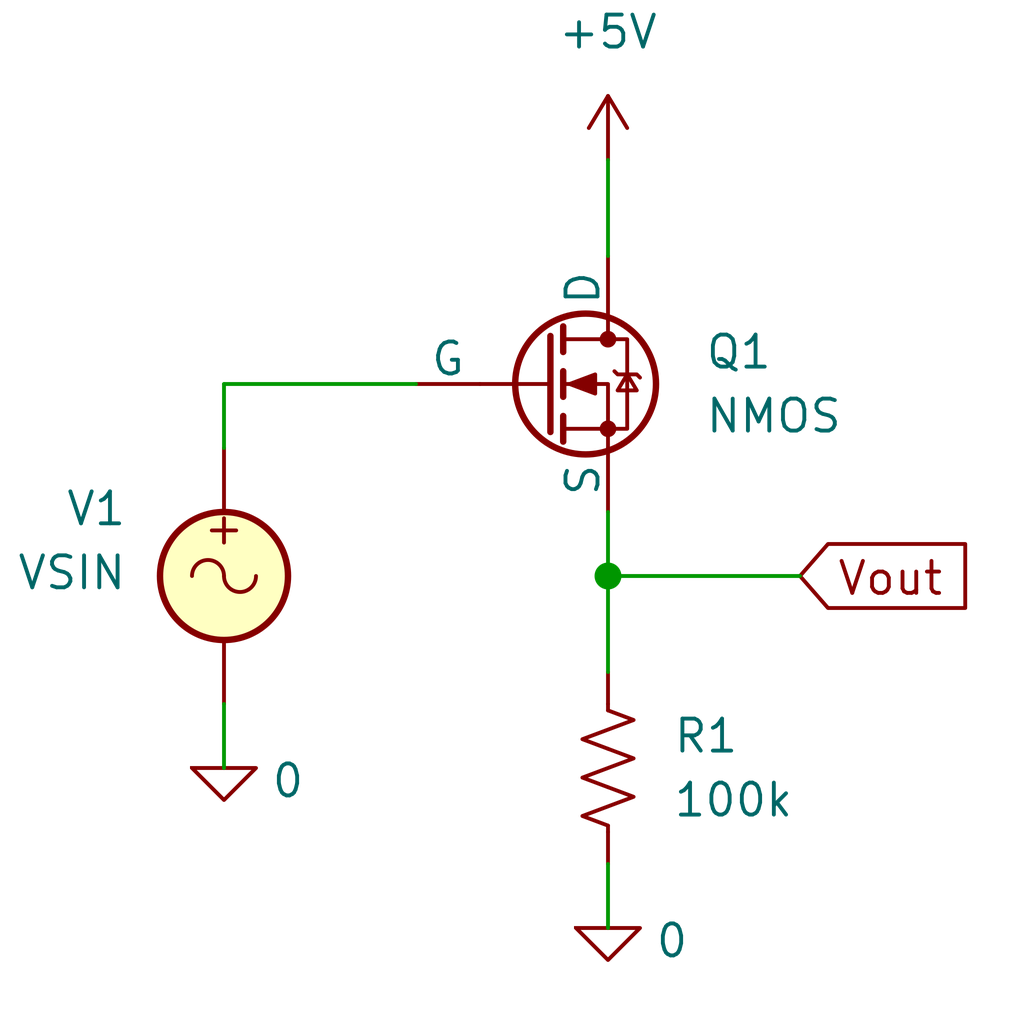
<source format=kicad_sch>
(kicad_sch (version 20231120) (generator "eeschema") (generator_version "8.0")
  (paper "User" 40.64 40.64)
  (lib_symbols
    (symbol "Device:R_US" (pin_numbers hide) (pin_names (offset 0))
      (property "Reference" "R" (at 2.54 0 90))
      (property "Value" "R_US" (at -2.54 0 90))
      (symbol "R_US_0_1"
        (polyline (pts (xy 0 -2.286) (xy 0 -2.54)))
        (polyline (pts (xy 0 2.286) (xy 0 2.54)))
        (polyline (pts (xy 0 -0.762) (xy 1.016 -1.143) (xy 0 -1.524) (xy -1.016 -1.905) (xy 0 -2.286)))
        (polyline (pts (xy 0 0.762) (xy 1.016 0.381) (xy 0 0) (xy -1.016 -0.381) (xy 0 -0.762)))
        (polyline (pts (xy 0 2.286) (xy 1.016 1.905) (xy 0 1.524) (xy -1.016 1.143) (xy 0 0.762)))
      )
      (symbol "R_US_1_1"
        (pin passive line (at 0 3.81 270) (length 1.27) (name "~") (number "1"))
        (pin passive line (at 0 -3.81 90) (length 1.27) (name "~") (number "2"))
      )
    )
    (symbol "Simulation_SPICE:0" (power) (pin_numbers hide) (pin_names (offset 0) hide)
      (property "Value" "0" (at 0 -2.54 0))
      (symbol "0_0_1"
        (polyline (pts (xy -1.27 0) (xy 0 -1.27) (xy 1.27 0) (xy -1.27 0)))
      )
      (symbol "0_1_1"
        (pin power_in line (at 0 0 0) (length 0) (name "~") (number "1"))
      )
    )
    (symbol "Simulation_SPICE:NMOS" (pin_numbers hide) (pin_names (offset 0))
      (property "Reference" "Q" (at 5.08 1.27 0))
      (property "Value" "NMOS" (at 5.08 -1.27 0))
      (symbol "NMOS_0_1"
        (polyline (pts (xy 0.254 0) (xy -2.54 0)))
        (polyline (pts (xy 0.254 1.905) (xy 0.254 -1.905)) (stroke (width 0.254)))
        (polyline (pts (xy 0.762 -1.27) (xy 0.762 -2.286)) (stroke (width 0.254)))
        (polyline (pts (xy 0.762 0.508) (xy 0.762 -0.508)) (stroke (width 0.254)))
        (polyline (pts (xy 0.762 2.286) (xy 0.762 1.27)) (stroke (width 0.254)))
        (polyline (pts (xy 2.54 2.54) (xy 2.54 1.778)))
        (polyline (pts (xy 2.54 -2.54) (xy 2.54 0) (xy 0.762 0)))
        (polyline (pts (xy 0.762 -1.778) (xy 3.302 -1.778) (xy 3.302 1.778) (xy 0.762 1.778)))
        (polyline (pts (xy 1.016 0) (xy 2.032 0.381) (xy 2.032 -0.381) (xy 1.016 0)) (fill (type outline)))
        (polyline (pts (xy 2.794 0.508) (xy 2.921 0.381) (xy 3.683 0.381) (xy 3.81 0.254)))
        (polyline (pts (xy 3.302 0.381) (xy 2.921 -0.254) (xy 3.683 -0.254) (xy 3.302 0.381)))
        (circle (center 1.651 0) (radius 2.794) (stroke (width 0.254)))
        (circle (center 2.54 -1.778) (radius 0.254) (fill (type outline)))
        (circle (center 2.54 1.778) (radius 0.254) (fill (type outline)))
      )
      (symbol "NMOS_1_1"
        (pin passive line (at 2.54 5.08 270) (length 2.54) (name "D") (number "1"))
        (pin input line (at -5.08 0 0) (length 2.54) (name "G") (number "2"))
        (pin passive line (at 2.54 -5.08 90) (length 2.54) (name "S") (number "3"))
      )
    )
    (symbol "Simulation_SPICE:VSIN" (pin_numbers hide) (pin_names (offset 0.0254))
      (property "Reference" "V" (at 2.54 2.54 0))
      (property "Value" "VSIN" (at 2.54 0 0))
      (property "Sim.Params" "dc=0 ampl=1 f=1k ac=1" (at 2.54 -2.54 0))
      (symbol "VSIN_0_0"
        (arc (start 0 0) (mid -0.635 0.6323) (end -1.27 0))
        (arc (start 0 0) (mid 0.635 -0.6323) (end 1.27 0))
        (text "+" (at 0 1.905 0) (effects (font (size 1.27 1.27))))
      )
      (symbol "VSIN_0_1"
        (circle (center 0 0) (radius 2.54) (stroke (width 0.254)) (fill (type background)))
      )
      (symbol "VSIN_1_1"
        (pin passive line (at 0 5.08 270) (length 2.54) (name "~") (number "1"))
        (pin passive line (at 0 -5.08 90) (length 2.54) (name "~") (number "2"))
      )
    )
    (symbol "power:+5V" (power) (pin_numbers hide) (pin_names (offset 0) hide)
      (property "Value" "+5V" (at 0 3.556 0))
      (symbol "+5V_0_1"
        (polyline (pts (xy -0.762 1.27) (xy 0 2.54)))
        (polyline (pts (xy 0 0) (xy 0 2.54)))
        (polyline (pts (xy 0 2.54) (xy 0.762 1.27)))
      )
      (symbol "+5V_1_1"
        (pin power_in line (at 0 0 90) (length 0) (name "~") (number "1"))
      )
    )
  )
  (junction (at 24.13 22.86))
  (wire (pts (xy 8.89 27.94) (xy 8.89 30.48)))
  (wire (pts (xy 24.13 22.86) (xy 24.13 26.67)))
  (wire (pts (xy 8.89 15.24) (xy 16.51 15.24)))
  (wire (pts (xy 24.13 20.32) (xy 24.13 22.86)))
  (wire (pts (xy 24.13 6.35) (xy 24.13 10.16)))
  (wire (pts (xy 8.89 15.24) (xy 8.89 17.78)))
  (wire (pts (xy 24.13 22.86) (xy 31.75 22.86)))
  (wire (pts (xy 24.13 34.29) (xy 24.13 36.83)))
  (global_label "Vout" (shape input) (at 31.75 22.86 0) (property "Intersheetrefs" "${INTERSHEET_REFS}" (effects (hide yes))))
  (symbol (lib_id "Simulation_SPICE:0") (at 8.89 30.48 0) (unit 1)
    (property "Reference" "#GND02" (effects (hide yes)))
    (property "Value" "0" (at 11.43 30.988 0))
    (property "Datasheet" "https://ngspice.sourceforge.io/docs/ngspice-html-manual/manual.xhtml#subsec_Circuit_elements__device" (effects (hide yes)))
    (property "Description" "0V reference potential for simulation" (effects (hide yes)))
  )
  (symbol (lib_id "Simulation_SPICE:0") (at 24.13 36.83 0) (unit 1)
    (property "Reference" "#GND01" (effects (hide yes)))
    (property "Value" "0" (at 26.67 37.338 0))
    (property "Datasheet" "https://ngspice.sourceforge.io/docs/ngspice-html-manual/manual.xhtml#subsec_Circuit_elements__device" (effects (hide yes)))
    (property "Description" "0V reference potential for simulation" (effects (hide yes)))
  )
  (symbol (lib_id "Simulation_SPICE:NMOS") (at 21.59 15.24 0) (unit 1)
    (property "Reference" "Q1" (at 27.94 13.9699 0) (effects (justify left)))
    (property "Value" "NMOS" (at 27.94 16.5099 0) (effects (justify left)))
    (property "Datasheet" "https://ngspice.sourceforge.io/docs/ngspice-html-manual/manual.xhtml#cha_MOSFETs" (effects (hide yes)))
    (property "Description" "N-MOSFET transistor, drain/source/gate" (effects (hide yes)))
    (property "Sim.Device" "NMOS" (effects (hide yes)))
    (property "Sim.Type" "VDMOS" (effects (hide yes)))
    (property "Sim.Pins" "1=D 2=G 3=S" (effects (hide yes)))
  )
  (symbol (lib_id "Simulation_SPICE:VSIN") (at 8.89 22.86 0) (unit 1)
    (property "Reference" "V1" (at 5.08 20.1901 0) (effects (justify right)))
    (property "Value" "VSIN" (at 5.08 22.7301 0) (effects (justify right)))
    (property "Datasheet" "https://ngspice.sourceforge.io/docs/ngspice-html-manual/manual.xhtml#sec_Independent_Sources_for" (effects (hide yes)))
    (property "Description" "Voltage source, sinusoidal" (effects (hide yes)))
    (property "Sim.Pins" "1=+ 2=-" (effects (hide yes)))
    (property "Sim.Params" "dc=1 ampl=1 f=1k ac=1" (effects (hide yes)))
    (property "Sim.Type" "SIN" (effects (hide yes)))
    (property "Sim.Device" "V" (effects (hide yes)))
  )
  (symbol (lib_id "power:+5V") (at 24.13 6.35 0) (unit 1)
    (property "Reference" "#PWR01" (effects (hide yes)))
    (property "Value" "+5V" (at 24.13 1.27 0))
    (property "Description" "Power symbol creates a global label with name \"+5V\"" (effects (hide yes)))
  )
  (symbol (lib_id "Device:R_US") (at 24.13 30.48 0) (unit 1)
    (property "Reference" "R1" (at 26.67 29.2099 0) (effects (justify left)))
    (property "Value" "100k" (at 26.67 31.7499 0) (effects (justify left)))
    (property "Description" "Resistor, US symbol" (effects (hide yes)))
  )
)
</source>
